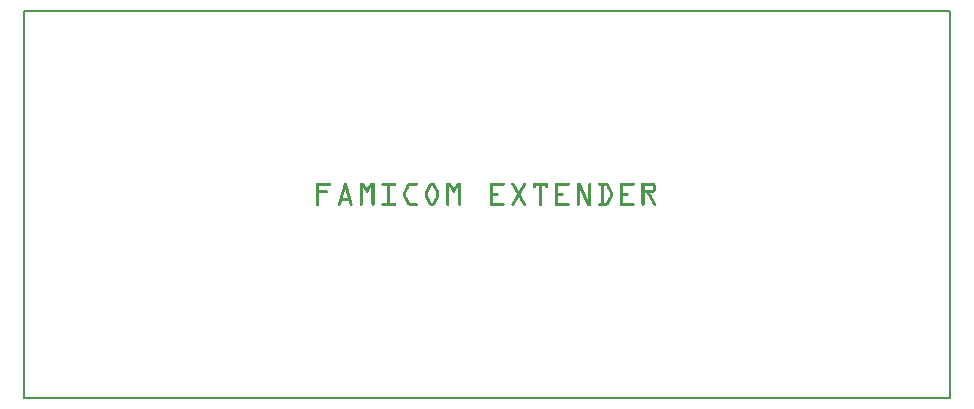
<source format=gto>
G04 MADE WITH FRITZING*
G04 WWW.FRITZING.ORG*
G04 DOUBLE SIDED*
G04 HOLES PLATED*
G04 CONTOUR ON CENTER OF CONTOUR VECTOR*
%ASAXBY*%
%FSLAX23Y23*%
%MOIN*%
%OFA0B0*%
%SFA1.0B1.0*%
%ADD10R,3.094490X1.299210X3.078490X1.283210*%
%ADD11C,0.008000*%
%ADD12R,0.001000X0.001000*%
%LNSILK1*%
G90*
G70*
G54D11*
X4Y1295D02*
X3090Y1295D01*
X3090Y4D01*
X4Y4D01*
X4Y1295D01*
D02*
G54D12*
X978Y722D02*
X1021Y722D01*
X1122Y722D02*
X1133Y722D01*
X1159Y722D02*
X1170Y722D01*
X1199Y722D02*
X1238Y722D01*
X1292Y722D02*
X1310Y722D01*
X1363Y722D02*
X1363Y722D01*
X1411Y722D02*
X1422Y722D01*
X1448Y722D02*
X1459Y722D01*
X1556Y722D02*
X1599Y722D01*
X1701Y722D02*
X1748Y722D01*
X1773Y722D02*
X1816Y722D01*
X1845Y722D02*
X1857Y722D01*
X1922Y722D02*
X1940Y722D01*
X1990Y722D02*
X2033Y722D01*
X2062Y722D02*
X2095Y722D01*
X977Y721D02*
X1024Y721D01*
X1071Y721D02*
X1076Y721D01*
X1122Y721D02*
X1134Y721D01*
X1158Y721D02*
X1171Y721D01*
X1196Y721D02*
X1241Y721D01*
X1287Y721D02*
X1313Y721D01*
X1358Y721D02*
X1368Y721D01*
X1411Y721D02*
X1423Y721D01*
X1447Y721D02*
X1460Y721D01*
X1555Y721D02*
X1602Y721D01*
X1630Y721D02*
X1635Y721D01*
X1669Y721D02*
X1674Y721D01*
X1700Y721D02*
X1749Y721D01*
X1772Y721D02*
X1819Y721D01*
X1845Y721D02*
X1857Y721D01*
X1886Y721D02*
X1891Y721D01*
X1919Y721D02*
X1945Y721D01*
X1989Y721D02*
X2036Y721D01*
X2061Y721D02*
X2101Y721D01*
X977Y720D02*
X1025Y720D01*
X1070Y720D02*
X1077Y720D01*
X1122Y720D02*
X1135Y720D01*
X1157Y720D02*
X1171Y720D01*
X1195Y720D02*
X1242Y720D01*
X1285Y720D02*
X1314Y720D01*
X1357Y720D02*
X1369Y720D01*
X1411Y720D02*
X1424Y720D01*
X1447Y720D02*
X1460Y720D01*
X1555Y720D02*
X1603Y720D01*
X1629Y720D02*
X1636Y720D01*
X1668Y720D02*
X1675Y720D01*
X1700Y720D02*
X1749Y720D01*
X1772Y720D02*
X1820Y720D01*
X1845Y720D02*
X1858Y720D01*
X1885Y720D02*
X1892Y720D01*
X1918Y720D02*
X1947Y720D01*
X1989Y720D02*
X2037Y720D01*
X2061Y720D02*
X2103Y720D01*
X977Y719D02*
X1026Y719D01*
X1070Y719D02*
X1078Y719D01*
X1122Y719D02*
X1136Y719D01*
X1157Y719D02*
X1171Y719D01*
X1195Y719D02*
X1242Y719D01*
X1283Y719D02*
X1315Y719D01*
X1355Y719D02*
X1371Y719D01*
X1411Y719D02*
X1425Y719D01*
X1446Y719D02*
X1460Y719D01*
X1555Y719D02*
X1604Y719D01*
X1628Y719D02*
X1637Y719D01*
X1668Y719D02*
X1676Y719D01*
X1700Y719D02*
X1749Y719D01*
X1772Y719D02*
X1821Y719D01*
X1845Y719D02*
X1858Y719D01*
X1885Y719D02*
X1893Y719D01*
X1917Y719D02*
X1948Y719D01*
X1989Y719D02*
X2038Y719D01*
X2061Y719D02*
X2104Y719D01*
X977Y718D02*
X1026Y718D01*
X1069Y718D02*
X1078Y718D01*
X1122Y718D02*
X1136Y718D01*
X1156Y718D02*
X1171Y718D01*
X1194Y718D02*
X1243Y718D01*
X1282Y718D02*
X1315Y718D01*
X1354Y718D02*
X1372Y718D01*
X1411Y718D02*
X1425Y718D01*
X1445Y718D02*
X1460Y718D01*
X1555Y718D02*
X1604Y718D01*
X1628Y718D02*
X1637Y718D01*
X1667Y718D02*
X1676Y718D01*
X1700Y718D02*
X1749Y718D01*
X1772Y718D02*
X1821Y718D01*
X1845Y718D02*
X1859Y718D01*
X1885Y718D02*
X1893Y718D01*
X1917Y718D02*
X1950Y718D01*
X1989Y718D02*
X2038Y718D01*
X2061Y718D02*
X2105Y718D01*
X977Y717D02*
X1026Y717D01*
X1069Y717D02*
X1079Y717D01*
X1122Y717D02*
X1137Y717D01*
X1155Y717D02*
X1171Y717D01*
X1194Y717D02*
X1243Y717D01*
X1281Y717D02*
X1315Y717D01*
X1353Y717D02*
X1373Y717D01*
X1411Y717D02*
X1426Y717D01*
X1445Y717D02*
X1460Y717D01*
X1555Y717D02*
X1604Y717D01*
X1628Y717D02*
X1638Y717D01*
X1667Y717D02*
X1677Y717D01*
X1700Y717D02*
X1749Y717D01*
X1772Y717D02*
X1821Y717D01*
X1845Y717D02*
X1859Y717D01*
X1884Y717D02*
X1893Y717D01*
X1917Y717D02*
X1951Y717D01*
X1989Y717D02*
X2038Y717D01*
X2061Y717D02*
X2106Y717D01*
X977Y716D02*
X1026Y716D01*
X1069Y716D02*
X1079Y716D01*
X1122Y716D02*
X1138Y716D01*
X1155Y716D02*
X1171Y716D01*
X1194Y716D02*
X1243Y716D01*
X1280Y716D02*
X1315Y716D01*
X1353Y716D02*
X1373Y716D01*
X1411Y716D02*
X1427Y716D01*
X1444Y716D02*
X1460Y716D01*
X1555Y716D02*
X1604Y716D01*
X1628Y716D02*
X1638Y716D01*
X1666Y716D02*
X1676Y716D01*
X1700Y716D02*
X1749Y716D01*
X1772Y716D02*
X1821Y716D01*
X1845Y716D02*
X1860Y716D01*
X1884Y716D02*
X1893Y716D01*
X1917Y716D02*
X1952Y716D01*
X1989Y716D02*
X2038Y716D01*
X2061Y716D02*
X2107Y716D01*
X977Y715D02*
X1026Y715D01*
X1068Y715D02*
X1079Y715D01*
X1122Y715D02*
X1138Y715D01*
X1154Y715D02*
X1171Y715D01*
X1195Y715D02*
X1242Y715D01*
X1280Y715D02*
X1315Y715D01*
X1352Y715D02*
X1374Y715D01*
X1411Y715D02*
X1427Y715D01*
X1443Y715D02*
X1460Y715D01*
X1555Y715D02*
X1604Y715D01*
X1628Y715D02*
X1639Y715D01*
X1665Y715D02*
X1676Y715D01*
X1700Y715D02*
X1749Y715D01*
X1772Y715D02*
X1821Y715D01*
X1845Y715D02*
X1860Y715D01*
X1884Y715D02*
X1893Y715D01*
X1917Y715D02*
X1952Y715D01*
X1989Y715D02*
X2038Y715D01*
X2061Y715D02*
X2108Y715D01*
X977Y714D02*
X1025Y714D01*
X1068Y714D02*
X1079Y714D01*
X1122Y714D02*
X1139Y714D01*
X1153Y714D02*
X1171Y714D01*
X1195Y714D02*
X1242Y714D01*
X1279Y714D02*
X1314Y714D01*
X1351Y714D02*
X1375Y714D01*
X1411Y714D02*
X1428Y714D01*
X1442Y714D02*
X1460Y714D01*
X1555Y714D02*
X1603Y714D01*
X1629Y714D02*
X1639Y714D01*
X1665Y714D02*
X1676Y714D01*
X1700Y714D02*
X1749Y714D01*
X1772Y714D02*
X1820Y714D01*
X1845Y714D02*
X1860Y714D01*
X1884Y714D02*
X1893Y714D01*
X1918Y714D02*
X1953Y714D01*
X1989Y714D02*
X2037Y714D01*
X2061Y714D02*
X2108Y714D01*
X977Y713D02*
X1024Y713D01*
X1068Y713D02*
X1080Y713D01*
X1122Y713D02*
X1140Y713D01*
X1153Y713D02*
X1171Y713D01*
X1196Y713D02*
X1241Y713D01*
X1278Y713D02*
X1313Y713D01*
X1351Y713D02*
X1375Y713D01*
X1411Y713D02*
X1429Y713D01*
X1442Y713D02*
X1460Y713D01*
X1555Y713D02*
X1602Y713D01*
X1629Y713D02*
X1640Y713D01*
X1664Y713D02*
X1675Y713D01*
X1700Y713D02*
X1749Y713D01*
X1772Y713D02*
X1819Y713D01*
X1845Y713D02*
X1861Y713D01*
X1884Y713D02*
X1893Y713D01*
X1919Y713D02*
X1953Y713D01*
X1989Y713D02*
X2036Y713D01*
X2061Y713D02*
X2109Y713D01*
X977Y712D02*
X1021Y712D01*
X1068Y712D02*
X1080Y712D01*
X1122Y712D02*
X1140Y712D01*
X1152Y712D02*
X1171Y712D01*
X1199Y712D02*
X1238Y712D01*
X1278Y712D02*
X1310Y712D01*
X1350Y712D02*
X1376Y712D01*
X1411Y712D02*
X1430Y712D01*
X1441Y712D02*
X1460Y712D01*
X1555Y712D02*
X1600Y712D01*
X1630Y712D02*
X1641Y712D01*
X1664Y712D02*
X1674Y712D01*
X1700Y712D02*
X1749Y712D01*
X1772Y712D02*
X1816Y712D01*
X1845Y712D02*
X1861Y712D01*
X1884Y712D02*
X1893Y712D01*
X1922Y712D02*
X1954Y712D01*
X1989Y712D02*
X2033Y712D01*
X2061Y712D02*
X2109Y712D01*
X977Y711D02*
X986Y711D01*
X1067Y711D02*
X1080Y711D01*
X1122Y711D02*
X1141Y711D01*
X1151Y711D02*
X1171Y711D01*
X1214Y711D02*
X1223Y711D01*
X1278Y711D02*
X1289Y711D01*
X1350Y711D02*
X1361Y711D01*
X1365Y711D02*
X1376Y711D01*
X1411Y711D02*
X1430Y711D01*
X1440Y711D02*
X1460Y711D01*
X1555Y711D02*
X1565Y711D01*
X1630Y711D02*
X1641Y711D01*
X1663Y711D02*
X1674Y711D01*
X1700Y711D02*
X1709Y711D01*
X1720Y711D02*
X1729Y711D01*
X1740Y711D02*
X1749Y711D01*
X1772Y711D02*
X1781Y711D01*
X1845Y711D02*
X1862Y711D01*
X1884Y711D02*
X1893Y711D01*
X1927Y711D02*
X1936Y711D01*
X1943Y711D02*
X1954Y711D01*
X1989Y711D02*
X1998Y711D01*
X2061Y711D02*
X2071Y711D01*
X2099Y711D02*
X2110Y711D01*
X977Y710D02*
X986Y710D01*
X1067Y710D02*
X1081Y710D01*
X1122Y710D02*
X1142Y710D01*
X1150Y710D02*
X1171Y710D01*
X1214Y710D02*
X1223Y710D01*
X1277Y710D02*
X1288Y710D01*
X1349Y710D02*
X1360Y710D01*
X1366Y710D02*
X1377Y710D01*
X1411Y710D02*
X1431Y710D01*
X1440Y710D02*
X1460Y710D01*
X1555Y710D02*
X1565Y710D01*
X1631Y710D02*
X1642Y710D01*
X1663Y710D02*
X1673Y710D01*
X1700Y710D02*
X1709Y710D01*
X1720Y710D02*
X1729Y710D01*
X1740Y710D02*
X1749Y710D01*
X1772Y710D02*
X1781Y710D01*
X1845Y710D02*
X1862Y710D01*
X1884Y710D02*
X1893Y710D01*
X1927Y710D02*
X1936Y710D01*
X1944Y710D02*
X1955Y710D01*
X1989Y710D02*
X1998Y710D01*
X2061Y710D02*
X2071Y710D01*
X2100Y710D02*
X2110Y710D01*
X977Y709D02*
X986Y709D01*
X1067Y709D02*
X1081Y709D01*
X1122Y709D02*
X1143Y709D01*
X1150Y709D02*
X1171Y709D01*
X1214Y709D02*
X1223Y709D01*
X1277Y709D02*
X1287Y709D01*
X1349Y709D02*
X1359Y709D01*
X1367Y709D02*
X1377Y709D01*
X1411Y709D02*
X1432Y709D01*
X1439Y709D02*
X1460Y709D01*
X1555Y709D02*
X1565Y709D01*
X1632Y709D02*
X1642Y709D01*
X1662Y709D02*
X1673Y709D01*
X1700Y709D02*
X1709Y709D01*
X1720Y709D02*
X1729Y709D01*
X1740Y709D02*
X1749Y709D01*
X1772Y709D02*
X1781Y709D01*
X1845Y709D02*
X1863Y709D01*
X1884Y709D02*
X1893Y709D01*
X1927Y709D02*
X1936Y709D01*
X1945Y709D02*
X1955Y709D01*
X1989Y709D02*
X1998Y709D01*
X2061Y709D02*
X2071Y709D01*
X2101Y709D02*
X2110Y709D01*
X977Y708D02*
X986Y708D01*
X1066Y708D02*
X1081Y708D01*
X1122Y708D02*
X1143Y708D01*
X1149Y708D02*
X1171Y708D01*
X1214Y708D02*
X1223Y708D01*
X1276Y708D02*
X1286Y708D01*
X1348Y708D02*
X1359Y708D01*
X1367Y708D02*
X1378Y708D01*
X1411Y708D02*
X1432Y708D01*
X1438Y708D02*
X1460Y708D01*
X1555Y708D02*
X1565Y708D01*
X1632Y708D02*
X1643Y708D01*
X1661Y708D02*
X1672Y708D01*
X1700Y708D02*
X1709Y708D01*
X1720Y708D02*
X1729Y708D01*
X1740Y708D02*
X1749Y708D01*
X1772Y708D02*
X1781Y708D01*
X1845Y708D02*
X1863Y708D01*
X1884Y708D02*
X1893Y708D01*
X1927Y708D02*
X1936Y708D01*
X1946Y708D02*
X1956Y708D01*
X1989Y708D02*
X1998Y708D01*
X2061Y708D02*
X2071Y708D01*
X2101Y708D02*
X2110Y708D01*
X977Y707D02*
X986Y707D01*
X1066Y707D02*
X1082Y707D01*
X1122Y707D02*
X1131Y707D01*
X1133Y707D02*
X1144Y707D01*
X1148Y707D02*
X1171Y707D01*
X1214Y707D02*
X1223Y707D01*
X1276Y707D02*
X1286Y707D01*
X1348Y707D02*
X1358Y707D01*
X1368Y707D02*
X1378Y707D01*
X1411Y707D02*
X1420Y707D01*
X1422Y707D02*
X1433Y707D01*
X1438Y707D02*
X1449Y707D01*
X1451Y707D02*
X1460Y707D01*
X1555Y707D02*
X1565Y707D01*
X1633Y707D02*
X1644Y707D01*
X1661Y707D02*
X1672Y707D01*
X1700Y707D02*
X1709Y707D01*
X1720Y707D02*
X1729Y707D01*
X1740Y707D02*
X1749Y707D01*
X1772Y707D02*
X1781Y707D01*
X1845Y707D02*
X1864Y707D01*
X1884Y707D02*
X1893Y707D01*
X1927Y707D02*
X1936Y707D01*
X1946Y707D02*
X1956Y707D01*
X1989Y707D02*
X1998Y707D01*
X2061Y707D02*
X2071Y707D01*
X2101Y707D02*
X2110Y707D01*
X977Y706D02*
X986Y706D01*
X1066Y706D02*
X1082Y706D01*
X1122Y706D02*
X1131Y706D01*
X1133Y706D02*
X1145Y706D01*
X1148Y706D02*
X1159Y706D01*
X1161Y706D02*
X1171Y706D01*
X1214Y706D02*
X1223Y706D01*
X1275Y706D02*
X1285Y706D01*
X1347Y706D02*
X1358Y706D01*
X1368Y706D02*
X1379Y706D01*
X1411Y706D02*
X1420Y706D01*
X1422Y706D02*
X1434Y706D01*
X1437Y706D02*
X1448Y706D01*
X1451Y706D02*
X1460Y706D01*
X1555Y706D02*
X1565Y706D01*
X1633Y706D02*
X1644Y706D01*
X1660Y706D02*
X1671Y706D01*
X1701Y706D02*
X1708Y706D01*
X1720Y706D02*
X1729Y706D01*
X1741Y706D02*
X1748Y706D01*
X1772Y706D02*
X1781Y706D01*
X1845Y706D02*
X1864Y706D01*
X1884Y706D02*
X1893Y706D01*
X1927Y706D02*
X1936Y706D01*
X1947Y706D02*
X1957Y706D01*
X1989Y706D02*
X1998Y706D01*
X2061Y706D02*
X2071Y706D01*
X2101Y706D02*
X2110Y706D01*
X977Y705D02*
X986Y705D01*
X1066Y705D02*
X1082Y705D01*
X1122Y705D02*
X1131Y705D01*
X1134Y705D02*
X1145Y705D01*
X1147Y705D02*
X1158Y705D01*
X1161Y705D02*
X1171Y705D01*
X1214Y705D02*
X1223Y705D01*
X1275Y705D02*
X1285Y705D01*
X1347Y705D02*
X1357Y705D01*
X1369Y705D02*
X1379Y705D01*
X1411Y705D02*
X1420Y705D01*
X1423Y705D02*
X1447Y705D01*
X1451Y705D02*
X1460Y705D01*
X1555Y705D02*
X1565Y705D01*
X1634Y705D02*
X1645Y705D01*
X1660Y705D02*
X1670Y705D01*
X1702Y705D02*
X1708Y705D01*
X1720Y705D02*
X1729Y705D01*
X1741Y705D02*
X1747Y705D01*
X1772Y705D02*
X1781Y705D01*
X1845Y705D02*
X1864Y705D01*
X1884Y705D02*
X1893Y705D01*
X1927Y705D02*
X1936Y705D01*
X1947Y705D02*
X1957Y705D01*
X1989Y705D02*
X1998Y705D01*
X2061Y705D02*
X2071Y705D01*
X2101Y705D02*
X2110Y705D01*
X977Y704D02*
X986Y704D01*
X1065Y704D02*
X1082Y704D01*
X1122Y704D02*
X1131Y704D01*
X1135Y704D02*
X1158Y704D01*
X1161Y704D02*
X1171Y704D01*
X1214Y704D02*
X1223Y704D01*
X1274Y704D02*
X1284Y704D01*
X1346Y704D02*
X1357Y704D01*
X1369Y704D02*
X1380Y704D01*
X1411Y704D02*
X1420Y704D01*
X1424Y704D02*
X1447Y704D01*
X1451Y704D02*
X1460Y704D01*
X1555Y704D02*
X1565Y704D01*
X1635Y704D02*
X1645Y704D01*
X1659Y704D02*
X1670Y704D01*
X1703Y704D02*
X1706Y704D01*
X1720Y704D02*
X1729Y704D01*
X1743Y704D02*
X1746Y704D01*
X1772Y704D02*
X1781Y704D01*
X1845Y704D02*
X1865Y704D01*
X1884Y704D02*
X1893Y704D01*
X1927Y704D02*
X1936Y704D01*
X1948Y704D02*
X1958Y704D01*
X1989Y704D02*
X1998Y704D01*
X2061Y704D02*
X2071Y704D01*
X2101Y704D02*
X2110Y704D01*
X977Y703D02*
X986Y703D01*
X1065Y703D02*
X1083Y703D01*
X1122Y703D02*
X1131Y703D01*
X1135Y703D02*
X1157Y703D01*
X1161Y703D02*
X1171Y703D01*
X1214Y703D02*
X1223Y703D01*
X1274Y703D02*
X1284Y703D01*
X1346Y703D02*
X1356Y703D01*
X1370Y703D02*
X1380Y703D01*
X1411Y703D02*
X1420Y703D01*
X1425Y703D02*
X1446Y703D01*
X1451Y703D02*
X1460Y703D01*
X1555Y703D02*
X1565Y703D01*
X1635Y703D02*
X1646Y703D01*
X1658Y703D02*
X1669Y703D01*
X1720Y703D02*
X1729Y703D01*
X1772Y703D02*
X1781Y703D01*
X1845Y703D02*
X1865Y703D01*
X1884Y703D02*
X1893Y703D01*
X1927Y703D02*
X1936Y703D01*
X1948Y703D02*
X1958Y703D01*
X1989Y703D02*
X1998Y703D01*
X2061Y703D02*
X2071Y703D01*
X2101Y703D02*
X2110Y703D01*
X977Y702D02*
X986Y702D01*
X1065Y702D02*
X1083Y702D01*
X1122Y702D02*
X1131Y702D01*
X1136Y702D02*
X1156Y702D01*
X1161Y702D02*
X1171Y702D01*
X1214Y702D02*
X1223Y702D01*
X1273Y702D02*
X1283Y702D01*
X1345Y702D02*
X1356Y702D01*
X1370Y702D02*
X1381Y702D01*
X1411Y702D02*
X1420Y702D01*
X1425Y702D02*
X1445Y702D01*
X1451Y702D02*
X1460Y702D01*
X1555Y702D02*
X1565Y702D01*
X1636Y702D02*
X1646Y702D01*
X1658Y702D02*
X1669Y702D01*
X1720Y702D02*
X1729Y702D01*
X1772Y702D02*
X1781Y702D01*
X1845Y702D02*
X1854Y702D01*
X1856Y702D02*
X1866Y702D01*
X1884Y702D02*
X1893Y702D01*
X1927Y702D02*
X1936Y702D01*
X1949Y702D02*
X1959Y702D01*
X1989Y702D02*
X1998Y702D01*
X2061Y702D02*
X2071Y702D01*
X2101Y702D02*
X2110Y702D01*
X977Y701D02*
X986Y701D01*
X1064Y701D02*
X1083Y701D01*
X1122Y701D02*
X1131Y701D01*
X1137Y701D02*
X1155Y701D01*
X1161Y701D02*
X1171Y701D01*
X1214Y701D02*
X1223Y701D01*
X1273Y701D02*
X1283Y701D01*
X1345Y701D02*
X1355Y701D01*
X1371Y701D02*
X1381Y701D01*
X1411Y701D02*
X1420Y701D01*
X1426Y701D02*
X1445Y701D01*
X1451Y701D02*
X1460Y701D01*
X1555Y701D02*
X1565Y701D01*
X1636Y701D02*
X1647Y701D01*
X1657Y701D02*
X1668Y701D01*
X1720Y701D02*
X1729Y701D01*
X1772Y701D02*
X1781Y701D01*
X1845Y701D02*
X1854Y701D01*
X1856Y701D02*
X1866Y701D01*
X1884Y701D02*
X1893Y701D01*
X1927Y701D02*
X1936Y701D01*
X1949Y701D02*
X1959Y701D01*
X1989Y701D02*
X1998Y701D01*
X2061Y701D02*
X2071Y701D01*
X2101Y701D02*
X2110Y701D01*
X977Y700D02*
X986Y700D01*
X1064Y700D02*
X1084Y700D01*
X1122Y700D02*
X1131Y700D01*
X1137Y700D02*
X1155Y700D01*
X1161Y700D02*
X1171Y700D01*
X1214Y700D02*
X1223Y700D01*
X1272Y700D02*
X1282Y700D01*
X1344Y700D02*
X1355Y700D01*
X1371Y700D02*
X1382Y700D01*
X1411Y700D02*
X1420Y700D01*
X1427Y700D02*
X1444Y700D01*
X1451Y700D02*
X1460Y700D01*
X1555Y700D02*
X1565Y700D01*
X1637Y700D02*
X1648Y700D01*
X1657Y700D02*
X1667Y700D01*
X1720Y700D02*
X1729Y700D01*
X1772Y700D02*
X1781Y700D01*
X1845Y700D02*
X1854Y700D01*
X1857Y700D02*
X1867Y700D01*
X1884Y700D02*
X1893Y700D01*
X1927Y700D02*
X1936Y700D01*
X1950Y700D02*
X1960Y700D01*
X1989Y700D02*
X1998Y700D01*
X2061Y700D02*
X2071Y700D01*
X2101Y700D02*
X2110Y700D01*
X977Y699D02*
X986Y699D01*
X1064Y699D02*
X1084Y699D01*
X1122Y699D02*
X1131Y699D01*
X1138Y699D02*
X1154Y699D01*
X1161Y699D02*
X1171Y699D01*
X1214Y699D02*
X1223Y699D01*
X1272Y699D02*
X1282Y699D01*
X1344Y699D02*
X1354Y699D01*
X1372Y699D02*
X1382Y699D01*
X1411Y699D02*
X1420Y699D01*
X1427Y699D02*
X1443Y699D01*
X1451Y699D02*
X1460Y699D01*
X1555Y699D02*
X1565Y699D01*
X1637Y699D02*
X1648Y699D01*
X1656Y699D02*
X1667Y699D01*
X1720Y699D02*
X1729Y699D01*
X1772Y699D02*
X1781Y699D01*
X1845Y699D02*
X1854Y699D01*
X1857Y699D02*
X1867Y699D01*
X1884Y699D02*
X1893Y699D01*
X1927Y699D02*
X1936Y699D01*
X1950Y699D02*
X1960Y699D01*
X1989Y699D02*
X1998Y699D01*
X2061Y699D02*
X2071Y699D01*
X2100Y699D02*
X2110Y699D01*
X977Y698D02*
X986Y698D01*
X1064Y698D02*
X1073Y698D01*
X1075Y698D02*
X1084Y698D01*
X1122Y698D02*
X1131Y698D01*
X1139Y698D02*
X1153Y698D01*
X1161Y698D02*
X1171Y698D01*
X1214Y698D02*
X1223Y698D01*
X1271Y698D02*
X1281Y698D01*
X1343Y698D02*
X1354Y698D01*
X1372Y698D02*
X1383Y698D01*
X1411Y698D02*
X1420Y698D01*
X1428Y698D02*
X1443Y698D01*
X1451Y698D02*
X1460Y698D01*
X1555Y698D02*
X1565Y698D01*
X1638Y698D02*
X1649Y698D01*
X1656Y698D02*
X1666Y698D01*
X1720Y698D02*
X1729Y698D01*
X1772Y698D02*
X1781Y698D01*
X1845Y698D02*
X1854Y698D01*
X1857Y698D02*
X1867Y698D01*
X1884Y698D02*
X1893Y698D01*
X1927Y698D02*
X1936Y698D01*
X1951Y698D02*
X1961Y698D01*
X1989Y698D02*
X1998Y698D01*
X2061Y698D02*
X2071Y698D01*
X2099Y698D02*
X2110Y698D01*
X977Y697D02*
X986Y697D01*
X1063Y697D02*
X1073Y697D01*
X1075Y697D02*
X1084Y697D01*
X1122Y697D02*
X1131Y697D01*
X1140Y697D02*
X1153Y697D01*
X1161Y697D02*
X1171Y697D01*
X1214Y697D02*
X1223Y697D01*
X1271Y697D02*
X1281Y697D01*
X1343Y697D02*
X1353Y697D01*
X1373Y697D02*
X1383Y697D01*
X1411Y697D02*
X1420Y697D01*
X1429Y697D02*
X1442Y697D01*
X1451Y697D02*
X1460Y697D01*
X1555Y697D02*
X1565Y697D01*
X1639Y697D02*
X1649Y697D01*
X1655Y697D02*
X1666Y697D01*
X1720Y697D02*
X1729Y697D01*
X1772Y697D02*
X1781Y697D01*
X1845Y697D02*
X1854Y697D01*
X1858Y697D02*
X1868Y697D01*
X1884Y697D02*
X1893Y697D01*
X1927Y697D02*
X1936Y697D01*
X1951Y697D02*
X1961Y697D01*
X1989Y697D02*
X1998Y697D01*
X2061Y697D02*
X2071Y697D01*
X2098Y697D02*
X2110Y697D01*
X977Y696D02*
X1013Y696D01*
X1063Y696D02*
X1072Y696D01*
X1075Y696D02*
X1085Y696D01*
X1122Y696D02*
X1131Y696D01*
X1140Y696D02*
X1152Y696D01*
X1161Y696D02*
X1171Y696D01*
X1214Y696D02*
X1223Y696D01*
X1270Y696D02*
X1280Y696D01*
X1342Y696D02*
X1353Y696D01*
X1373Y696D02*
X1384Y696D01*
X1411Y696D02*
X1420Y696D01*
X1429Y696D02*
X1441Y696D01*
X1451Y696D02*
X1460Y696D01*
X1555Y696D02*
X1565Y696D01*
X1639Y696D02*
X1650Y696D01*
X1654Y696D02*
X1665Y696D01*
X1720Y696D02*
X1729Y696D01*
X1772Y696D02*
X1781Y696D01*
X1845Y696D02*
X1854Y696D01*
X1858Y696D02*
X1868Y696D01*
X1884Y696D02*
X1893Y696D01*
X1927Y696D02*
X1936Y696D01*
X1952Y696D02*
X1962Y696D01*
X1989Y696D02*
X1998Y696D01*
X2061Y696D02*
X2109Y696D01*
X977Y695D02*
X1015Y695D01*
X1063Y695D02*
X1072Y695D01*
X1075Y695D02*
X1085Y695D01*
X1122Y695D02*
X1131Y695D01*
X1141Y695D02*
X1151Y695D01*
X1161Y695D02*
X1171Y695D01*
X1214Y695D02*
X1223Y695D01*
X1270Y695D02*
X1280Y695D01*
X1342Y695D02*
X1352Y695D01*
X1374Y695D02*
X1384Y695D01*
X1411Y695D02*
X1420Y695D01*
X1430Y695D02*
X1440Y695D01*
X1451Y695D02*
X1460Y695D01*
X1555Y695D02*
X1565Y695D01*
X1640Y695D02*
X1651Y695D01*
X1654Y695D02*
X1664Y695D01*
X1720Y695D02*
X1729Y695D01*
X1772Y695D02*
X1781Y695D01*
X1845Y695D02*
X1854Y695D01*
X1859Y695D02*
X1869Y695D01*
X1884Y695D02*
X1893Y695D01*
X1927Y695D02*
X1936Y695D01*
X1952Y695D02*
X1962Y695D01*
X1989Y695D02*
X1998Y695D01*
X2061Y695D02*
X2109Y695D01*
X977Y694D02*
X1015Y694D01*
X1062Y694D02*
X1072Y694D01*
X1076Y694D02*
X1085Y694D01*
X1122Y694D02*
X1131Y694D01*
X1142Y694D02*
X1151Y694D01*
X1161Y694D02*
X1171Y694D01*
X1214Y694D02*
X1223Y694D01*
X1269Y694D02*
X1279Y694D01*
X1341Y694D02*
X1352Y694D01*
X1374Y694D02*
X1385Y694D01*
X1411Y694D02*
X1420Y694D01*
X1431Y694D02*
X1440Y694D01*
X1451Y694D02*
X1460Y694D01*
X1555Y694D02*
X1565Y694D01*
X1640Y694D02*
X1651Y694D01*
X1653Y694D02*
X1664Y694D01*
X1720Y694D02*
X1729Y694D01*
X1772Y694D02*
X1781Y694D01*
X1845Y694D02*
X1854Y694D01*
X1859Y694D02*
X1869Y694D01*
X1884Y694D02*
X1893Y694D01*
X1927Y694D02*
X1936Y694D01*
X1953Y694D02*
X1963Y694D01*
X1989Y694D02*
X1998Y694D01*
X2061Y694D02*
X2108Y694D01*
X977Y693D02*
X1016Y693D01*
X1062Y693D02*
X1072Y693D01*
X1076Y693D02*
X1086Y693D01*
X1122Y693D02*
X1131Y693D01*
X1142Y693D02*
X1151Y693D01*
X1161Y693D02*
X1171Y693D01*
X1214Y693D02*
X1223Y693D01*
X1269Y693D02*
X1279Y693D01*
X1341Y693D02*
X1351Y693D01*
X1375Y693D02*
X1385Y693D01*
X1411Y693D02*
X1420Y693D01*
X1431Y693D02*
X1440Y693D01*
X1451Y693D02*
X1460Y693D01*
X1555Y693D02*
X1565Y693D01*
X1641Y693D02*
X1663Y693D01*
X1720Y693D02*
X1729Y693D01*
X1772Y693D02*
X1781Y693D01*
X1845Y693D02*
X1854Y693D01*
X1860Y693D02*
X1870Y693D01*
X1884Y693D02*
X1893Y693D01*
X1927Y693D02*
X1936Y693D01*
X1953Y693D02*
X1963Y693D01*
X1989Y693D02*
X1998Y693D01*
X2061Y693D02*
X2107Y693D01*
X977Y692D02*
X1016Y692D01*
X1062Y692D02*
X1071Y692D01*
X1076Y692D02*
X1086Y692D01*
X1122Y692D02*
X1131Y692D01*
X1142Y692D02*
X1151Y692D01*
X1161Y692D02*
X1171Y692D01*
X1214Y692D02*
X1223Y692D01*
X1268Y692D02*
X1278Y692D01*
X1340Y692D02*
X1351Y692D01*
X1375Y692D02*
X1386Y692D01*
X1411Y692D02*
X1420Y692D01*
X1431Y692D02*
X1440Y692D01*
X1451Y692D02*
X1460Y692D01*
X1555Y692D02*
X1565Y692D01*
X1642Y692D02*
X1663Y692D01*
X1720Y692D02*
X1729Y692D01*
X1772Y692D02*
X1781Y692D01*
X1845Y692D02*
X1854Y692D01*
X1860Y692D02*
X1870Y692D01*
X1884Y692D02*
X1893Y692D01*
X1927Y692D02*
X1936Y692D01*
X1954Y692D02*
X1964Y692D01*
X1989Y692D02*
X1998Y692D01*
X2061Y692D02*
X2107Y692D01*
X977Y691D02*
X1016Y691D01*
X1061Y691D02*
X1071Y691D01*
X1077Y691D02*
X1086Y691D01*
X1122Y691D02*
X1131Y691D01*
X1142Y691D02*
X1151Y691D01*
X1161Y691D02*
X1171Y691D01*
X1214Y691D02*
X1223Y691D01*
X1268Y691D02*
X1278Y691D01*
X1340Y691D02*
X1350Y691D01*
X1376Y691D02*
X1386Y691D01*
X1411Y691D02*
X1420Y691D01*
X1431Y691D02*
X1440Y691D01*
X1451Y691D02*
X1460Y691D01*
X1555Y691D02*
X1565Y691D01*
X1642Y691D02*
X1662Y691D01*
X1720Y691D02*
X1729Y691D01*
X1772Y691D02*
X1781Y691D01*
X1845Y691D02*
X1854Y691D01*
X1860Y691D02*
X1871Y691D01*
X1884Y691D02*
X1893Y691D01*
X1927Y691D02*
X1936Y691D01*
X1954Y691D02*
X1964Y691D01*
X1989Y691D02*
X1998Y691D01*
X2061Y691D02*
X2106Y691D01*
X977Y690D02*
X1016Y690D01*
X1061Y690D02*
X1071Y690D01*
X1077Y690D02*
X1086Y690D01*
X1122Y690D02*
X1131Y690D01*
X1142Y690D02*
X1150Y690D01*
X1161Y690D02*
X1171Y690D01*
X1214Y690D02*
X1223Y690D01*
X1267Y690D02*
X1277Y690D01*
X1340Y690D02*
X1350Y690D01*
X1376Y690D02*
X1386Y690D01*
X1411Y690D02*
X1420Y690D01*
X1431Y690D02*
X1440Y690D01*
X1451Y690D02*
X1460Y690D01*
X1555Y690D02*
X1565Y690D01*
X1643Y690D02*
X1662Y690D01*
X1720Y690D02*
X1729Y690D01*
X1772Y690D02*
X1781Y690D01*
X1845Y690D02*
X1854Y690D01*
X1861Y690D02*
X1871Y690D01*
X1884Y690D02*
X1893Y690D01*
X1927Y690D02*
X1936Y690D01*
X1955Y690D02*
X1965Y690D01*
X1989Y690D02*
X1998Y690D01*
X2061Y690D02*
X2105Y690D01*
X977Y689D02*
X1015Y689D01*
X1061Y689D02*
X1070Y689D01*
X1077Y689D02*
X1087Y689D01*
X1122Y689D02*
X1131Y689D01*
X1142Y689D02*
X1150Y689D01*
X1161Y689D02*
X1171Y689D01*
X1214Y689D02*
X1223Y689D01*
X1267Y689D02*
X1277Y689D01*
X1339Y689D02*
X1349Y689D01*
X1377Y689D02*
X1387Y689D01*
X1411Y689D02*
X1420Y689D01*
X1432Y689D02*
X1439Y689D01*
X1451Y689D02*
X1460Y689D01*
X1555Y689D02*
X1565Y689D01*
X1643Y689D02*
X1661Y689D01*
X1720Y689D02*
X1729Y689D01*
X1772Y689D02*
X1781Y689D01*
X1845Y689D02*
X1854Y689D01*
X1861Y689D02*
X1871Y689D01*
X1884Y689D02*
X1893Y689D01*
X1927Y689D02*
X1936Y689D01*
X1955Y689D02*
X1965Y689D01*
X1989Y689D02*
X1998Y689D01*
X2061Y689D02*
X2103Y689D01*
X977Y688D02*
X1015Y688D01*
X1061Y688D02*
X1070Y688D01*
X1078Y688D02*
X1087Y688D01*
X1122Y688D02*
X1131Y688D01*
X1143Y688D02*
X1149Y688D01*
X1161Y688D02*
X1171Y688D01*
X1214Y688D02*
X1223Y688D01*
X1267Y688D02*
X1276Y688D01*
X1339Y688D02*
X1349Y688D01*
X1377Y688D02*
X1387Y688D01*
X1411Y688D02*
X1420Y688D01*
X1432Y688D02*
X1438Y688D01*
X1451Y688D02*
X1460Y688D01*
X1555Y688D02*
X1580Y688D01*
X1644Y688D02*
X1660Y688D01*
X1720Y688D02*
X1729Y688D01*
X1772Y688D02*
X1797Y688D01*
X1845Y688D02*
X1854Y688D01*
X1862Y688D02*
X1872Y688D01*
X1884Y688D02*
X1893Y688D01*
X1927Y688D02*
X1936Y688D01*
X1956Y688D02*
X1965Y688D01*
X1989Y688D02*
X2014Y688D01*
X2061Y688D02*
X2102Y688D01*
X977Y687D02*
X1013Y687D01*
X1060Y687D02*
X1070Y687D01*
X1078Y687D02*
X1087Y687D01*
X1122Y687D02*
X1131Y687D01*
X1145Y687D02*
X1148Y687D01*
X1161Y687D02*
X1171Y687D01*
X1214Y687D02*
X1223Y687D01*
X1267Y687D02*
X1276Y687D01*
X1339Y687D02*
X1348Y687D01*
X1378Y687D02*
X1387Y687D01*
X1411Y687D02*
X1420Y687D01*
X1434Y687D02*
X1437Y687D01*
X1451Y687D02*
X1460Y687D01*
X1555Y687D02*
X1582Y687D01*
X1644Y687D02*
X1660Y687D01*
X1720Y687D02*
X1729Y687D01*
X1772Y687D02*
X1799Y687D01*
X1845Y687D02*
X1854Y687D01*
X1862Y687D02*
X1872Y687D01*
X1884Y687D02*
X1893Y687D01*
X1927Y687D02*
X1936Y687D01*
X1956Y687D02*
X1965Y687D01*
X1989Y687D02*
X2016Y687D01*
X2061Y687D02*
X2099Y687D01*
X977Y686D02*
X986Y686D01*
X1060Y686D02*
X1070Y686D01*
X1078Y686D02*
X1088Y686D01*
X1122Y686D02*
X1131Y686D01*
X1161Y686D02*
X1171Y686D01*
X1214Y686D02*
X1223Y686D01*
X1267Y686D02*
X1276Y686D01*
X1339Y686D02*
X1348Y686D01*
X1378Y686D02*
X1387Y686D01*
X1411Y686D02*
X1420Y686D01*
X1451Y686D02*
X1460Y686D01*
X1555Y686D02*
X1583Y686D01*
X1645Y686D02*
X1659Y686D01*
X1720Y686D02*
X1729Y686D01*
X1772Y686D02*
X1800Y686D01*
X1845Y686D02*
X1854Y686D01*
X1863Y686D02*
X1873Y686D01*
X1884Y686D02*
X1893Y686D01*
X1927Y686D02*
X1936Y686D01*
X1956Y686D02*
X1966Y686D01*
X1989Y686D02*
X2017Y686D01*
X2061Y686D02*
X2071Y686D01*
X2079Y686D02*
X2090Y686D01*
X977Y685D02*
X986Y685D01*
X1060Y685D02*
X1069Y685D01*
X1078Y685D02*
X1088Y685D01*
X1122Y685D02*
X1131Y685D01*
X1161Y685D02*
X1171Y685D01*
X1214Y685D02*
X1223Y685D01*
X1266Y685D02*
X1276Y685D01*
X1339Y685D02*
X1348Y685D01*
X1378Y685D02*
X1387Y685D01*
X1411Y685D02*
X1420Y685D01*
X1451Y685D02*
X1460Y685D01*
X1555Y685D02*
X1584Y685D01*
X1646Y685D02*
X1659Y685D01*
X1720Y685D02*
X1729Y685D01*
X1772Y685D02*
X1801Y685D01*
X1845Y685D02*
X1854Y685D01*
X1863Y685D02*
X1873Y685D01*
X1884Y685D02*
X1893Y685D01*
X1927Y685D02*
X1936Y685D01*
X1956Y685D02*
X1966Y685D01*
X1989Y685D02*
X2018Y685D01*
X2061Y685D02*
X2071Y685D01*
X2079Y685D02*
X2090Y685D01*
X977Y684D02*
X986Y684D01*
X1059Y684D02*
X1069Y684D01*
X1079Y684D02*
X1088Y684D01*
X1122Y684D02*
X1131Y684D01*
X1161Y684D02*
X1171Y684D01*
X1214Y684D02*
X1223Y684D01*
X1266Y684D02*
X1276Y684D01*
X1339Y684D02*
X1348Y684D01*
X1378Y684D02*
X1387Y684D01*
X1411Y684D02*
X1420Y684D01*
X1451Y684D02*
X1460Y684D01*
X1555Y684D02*
X1584Y684D01*
X1646Y684D02*
X1658Y684D01*
X1720Y684D02*
X1729Y684D01*
X1772Y684D02*
X1801Y684D01*
X1845Y684D02*
X1854Y684D01*
X1864Y684D02*
X1874Y684D01*
X1884Y684D02*
X1893Y684D01*
X1927Y684D02*
X1936Y684D01*
X1957Y684D02*
X1966Y684D01*
X1989Y684D02*
X2018Y684D01*
X2061Y684D02*
X2071Y684D01*
X2080Y684D02*
X2091Y684D01*
X977Y683D02*
X986Y683D01*
X1059Y683D02*
X1069Y683D01*
X1079Y683D02*
X1089Y683D01*
X1122Y683D02*
X1131Y683D01*
X1161Y683D02*
X1171Y683D01*
X1214Y683D02*
X1223Y683D01*
X1266Y683D02*
X1275Y683D01*
X1339Y683D02*
X1348Y683D01*
X1378Y683D02*
X1387Y683D01*
X1411Y683D02*
X1420Y683D01*
X1451Y683D02*
X1460Y683D01*
X1555Y683D02*
X1584Y683D01*
X1647Y683D02*
X1658Y683D01*
X1720Y683D02*
X1729Y683D01*
X1772Y683D02*
X1801Y683D01*
X1845Y683D02*
X1854Y683D01*
X1864Y683D02*
X1874Y683D01*
X1884Y683D02*
X1893Y683D01*
X1927Y683D02*
X1936Y683D01*
X1957Y683D02*
X1966Y683D01*
X1989Y683D02*
X2018Y683D01*
X2061Y683D02*
X2071Y683D01*
X2081Y683D02*
X2091Y683D01*
X977Y682D02*
X986Y682D01*
X1059Y682D02*
X1068Y682D01*
X1079Y682D02*
X1089Y682D01*
X1122Y682D02*
X1131Y682D01*
X1161Y682D02*
X1171Y682D01*
X1214Y682D02*
X1223Y682D01*
X1266Y682D02*
X1276Y682D01*
X1339Y682D02*
X1348Y682D01*
X1378Y682D02*
X1387Y682D01*
X1411Y682D02*
X1420Y682D01*
X1451Y682D02*
X1460Y682D01*
X1555Y682D02*
X1584Y682D01*
X1646Y682D02*
X1658Y682D01*
X1720Y682D02*
X1729Y682D01*
X1772Y682D02*
X1801Y682D01*
X1845Y682D02*
X1854Y682D01*
X1864Y682D02*
X1875Y682D01*
X1884Y682D02*
X1893Y682D01*
X1927Y682D02*
X1936Y682D01*
X1956Y682D02*
X1966Y682D01*
X1989Y682D02*
X2018Y682D01*
X2061Y682D02*
X2071Y682D01*
X2081Y682D02*
X2092Y682D01*
X977Y681D02*
X986Y681D01*
X1059Y681D02*
X1068Y681D01*
X1080Y681D02*
X1089Y681D01*
X1122Y681D02*
X1131Y681D01*
X1161Y681D02*
X1171Y681D01*
X1214Y681D02*
X1223Y681D01*
X1266Y681D02*
X1276Y681D01*
X1339Y681D02*
X1348Y681D01*
X1378Y681D02*
X1387Y681D01*
X1411Y681D02*
X1420Y681D01*
X1451Y681D02*
X1460Y681D01*
X1555Y681D02*
X1584Y681D01*
X1646Y681D02*
X1659Y681D01*
X1720Y681D02*
X1729Y681D01*
X1772Y681D02*
X1801Y681D01*
X1845Y681D02*
X1854Y681D01*
X1865Y681D02*
X1875Y681D01*
X1884Y681D02*
X1893Y681D01*
X1927Y681D02*
X1936Y681D01*
X1956Y681D02*
X1966Y681D01*
X1989Y681D02*
X2018Y681D01*
X2061Y681D02*
X2071Y681D01*
X2082Y681D02*
X2092Y681D01*
X977Y680D02*
X986Y680D01*
X1058Y680D02*
X1068Y680D01*
X1080Y680D02*
X1089Y680D01*
X1122Y680D02*
X1131Y680D01*
X1161Y680D02*
X1171Y680D01*
X1214Y680D02*
X1223Y680D01*
X1267Y680D02*
X1276Y680D01*
X1339Y680D02*
X1348Y680D01*
X1378Y680D02*
X1387Y680D01*
X1411Y680D02*
X1420Y680D01*
X1451Y680D02*
X1460Y680D01*
X1555Y680D02*
X1583Y680D01*
X1645Y680D02*
X1659Y680D01*
X1720Y680D02*
X1729Y680D01*
X1772Y680D02*
X1800Y680D01*
X1845Y680D02*
X1854Y680D01*
X1865Y680D02*
X1875Y680D01*
X1884Y680D02*
X1893Y680D01*
X1927Y680D02*
X1936Y680D01*
X1956Y680D02*
X1965Y680D01*
X1989Y680D02*
X2017Y680D01*
X2061Y680D02*
X2071Y680D01*
X2082Y680D02*
X2093Y680D01*
X977Y679D02*
X986Y679D01*
X1058Y679D02*
X1067Y679D01*
X1080Y679D02*
X1090Y679D01*
X1122Y679D02*
X1131Y679D01*
X1161Y679D02*
X1171Y679D01*
X1214Y679D02*
X1223Y679D01*
X1267Y679D02*
X1276Y679D01*
X1339Y679D02*
X1348Y679D01*
X1378Y679D02*
X1387Y679D01*
X1411Y679D02*
X1420Y679D01*
X1451Y679D02*
X1460Y679D01*
X1555Y679D02*
X1582Y679D01*
X1644Y679D02*
X1660Y679D01*
X1720Y679D02*
X1729Y679D01*
X1772Y679D02*
X1799Y679D01*
X1845Y679D02*
X1854Y679D01*
X1866Y679D02*
X1876Y679D01*
X1884Y679D02*
X1893Y679D01*
X1927Y679D02*
X1936Y679D01*
X1956Y679D02*
X1965Y679D01*
X1989Y679D02*
X2016Y679D01*
X2061Y679D02*
X2071Y679D01*
X2083Y679D02*
X2094Y679D01*
X977Y678D02*
X986Y678D01*
X1058Y678D02*
X1067Y678D01*
X1080Y678D02*
X1090Y678D01*
X1122Y678D02*
X1131Y678D01*
X1161Y678D02*
X1171Y678D01*
X1214Y678D02*
X1223Y678D01*
X1267Y678D02*
X1277Y678D01*
X1339Y678D02*
X1349Y678D01*
X1377Y678D02*
X1387Y678D01*
X1411Y678D02*
X1420Y678D01*
X1451Y678D02*
X1460Y678D01*
X1555Y678D02*
X1565Y678D01*
X1644Y678D02*
X1660Y678D01*
X1720Y678D02*
X1729Y678D01*
X1772Y678D02*
X1782Y678D01*
X1845Y678D02*
X1854Y678D01*
X1866Y678D02*
X1876Y678D01*
X1884Y678D02*
X1893Y678D01*
X1927Y678D02*
X1936Y678D01*
X1955Y678D02*
X1965Y678D01*
X1989Y678D02*
X1999Y678D01*
X2061Y678D02*
X2071Y678D01*
X2083Y678D02*
X2094Y678D01*
X977Y677D02*
X986Y677D01*
X1057Y677D02*
X1067Y677D01*
X1081Y677D02*
X1090Y677D01*
X1122Y677D02*
X1131Y677D01*
X1161Y677D02*
X1171Y677D01*
X1214Y677D02*
X1223Y677D01*
X1267Y677D02*
X1277Y677D01*
X1339Y677D02*
X1349Y677D01*
X1377Y677D02*
X1387Y677D01*
X1411Y677D02*
X1420Y677D01*
X1451Y677D02*
X1460Y677D01*
X1555Y677D02*
X1565Y677D01*
X1643Y677D02*
X1661Y677D01*
X1720Y677D02*
X1729Y677D01*
X1772Y677D02*
X1781Y677D01*
X1845Y677D02*
X1854Y677D01*
X1867Y677D02*
X1877Y677D01*
X1884Y677D02*
X1893Y677D01*
X1927Y677D02*
X1936Y677D01*
X1955Y677D02*
X1965Y677D01*
X1989Y677D02*
X1998Y677D01*
X2061Y677D02*
X2071Y677D01*
X2084Y677D02*
X2095Y677D01*
X977Y676D02*
X986Y676D01*
X1057Y676D02*
X1067Y676D01*
X1081Y676D02*
X1091Y676D01*
X1122Y676D02*
X1131Y676D01*
X1161Y676D02*
X1171Y676D01*
X1214Y676D02*
X1223Y676D01*
X1268Y676D02*
X1277Y676D01*
X1340Y676D02*
X1350Y676D01*
X1376Y676D02*
X1386Y676D01*
X1411Y676D02*
X1420Y676D01*
X1451Y676D02*
X1460Y676D01*
X1555Y676D02*
X1565Y676D01*
X1643Y676D02*
X1662Y676D01*
X1720Y676D02*
X1729Y676D01*
X1772Y676D02*
X1781Y676D01*
X1845Y676D02*
X1854Y676D01*
X1867Y676D02*
X1877Y676D01*
X1884Y676D02*
X1893Y676D01*
X1927Y676D02*
X1936Y676D01*
X1955Y676D02*
X1965Y676D01*
X1989Y676D02*
X1998Y676D01*
X2061Y676D02*
X2071Y676D01*
X2085Y676D02*
X2095Y676D01*
X977Y675D02*
X986Y675D01*
X1057Y675D02*
X1066Y675D01*
X1081Y675D02*
X1091Y675D01*
X1122Y675D02*
X1131Y675D01*
X1161Y675D02*
X1171Y675D01*
X1214Y675D02*
X1223Y675D01*
X1268Y675D02*
X1278Y675D01*
X1340Y675D02*
X1350Y675D01*
X1376Y675D02*
X1386Y675D01*
X1411Y675D02*
X1420Y675D01*
X1451Y675D02*
X1460Y675D01*
X1555Y675D02*
X1565Y675D01*
X1642Y675D02*
X1662Y675D01*
X1720Y675D02*
X1729Y675D01*
X1772Y675D02*
X1781Y675D01*
X1845Y675D02*
X1854Y675D01*
X1867Y675D02*
X1878Y675D01*
X1884Y675D02*
X1893Y675D01*
X1927Y675D02*
X1936Y675D01*
X1954Y675D02*
X1964Y675D01*
X1989Y675D02*
X1998Y675D01*
X2061Y675D02*
X2071Y675D01*
X2085Y675D02*
X2096Y675D01*
X977Y674D02*
X986Y674D01*
X1056Y674D02*
X1066Y674D01*
X1082Y674D02*
X1091Y674D01*
X1122Y674D02*
X1131Y674D01*
X1161Y674D02*
X1171Y674D01*
X1214Y674D02*
X1223Y674D01*
X1268Y674D02*
X1278Y674D01*
X1340Y674D02*
X1351Y674D01*
X1375Y674D02*
X1385Y674D01*
X1411Y674D02*
X1420Y674D01*
X1451Y674D02*
X1460Y674D01*
X1555Y674D02*
X1565Y674D01*
X1641Y674D02*
X1663Y674D01*
X1720Y674D02*
X1729Y674D01*
X1772Y674D02*
X1781Y674D01*
X1845Y674D02*
X1854Y674D01*
X1868Y674D02*
X1878Y674D01*
X1884Y674D02*
X1893Y674D01*
X1927Y674D02*
X1936Y674D01*
X1954Y674D02*
X1964Y674D01*
X1989Y674D02*
X1998Y674D01*
X2061Y674D02*
X2071Y674D01*
X2086Y674D02*
X2097Y674D01*
X977Y673D02*
X986Y673D01*
X1056Y673D02*
X1066Y673D01*
X1082Y673D02*
X1091Y673D01*
X1122Y673D02*
X1131Y673D01*
X1161Y673D02*
X1171Y673D01*
X1214Y673D02*
X1223Y673D01*
X1269Y673D02*
X1279Y673D01*
X1341Y673D02*
X1351Y673D01*
X1375Y673D02*
X1385Y673D01*
X1411Y673D02*
X1420Y673D01*
X1451Y673D02*
X1460Y673D01*
X1555Y673D02*
X1565Y673D01*
X1641Y673D02*
X1663Y673D01*
X1720Y673D02*
X1729Y673D01*
X1772Y673D02*
X1781Y673D01*
X1845Y673D02*
X1854Y673D01*
X1868Y673D02*
X1878Y673D01*
X1884Y673D02*
X1893Y673D01*
X1927Y673D02*
X1936Y673D01*
X1953Y673D02*
X1963Y673D01*
X1989Y673D02*
X1998Y673D01*
X2061Y673D02*
X2071Y673D01*
X2086Y673D02*
X2097Y673D01*
X977Y672D02*
X986Y672D01*
X1056Y672D02*
X1065Y672D01*
X1082Y672D02*
X1092Y672D01*
X1122Y672D02*
X1131Y672D01*
X1161Y672D02*
X1171Y672D01*
X1214Y672D02*
X1223Y672D01*
X1269Y672D02*
X1279Y672D01*
X1341Y672D02*
X1352Y672D01*
X1374Y672D02*
X1385Y672D01*
X1411Y672D02*
X1420Y672D01*
X1451Y672D02*
X1460Y672D01*
X1555Y672D02*
X1565Y672D01*
X1640Y672D02*
X1651Y672D01*
X1653Y672D02*
X1664Y672D01*
X1720Y672D02*
X1729Y672D01*
X1772Y672D02*
X1781Y672D01*
X1845Y672D02*
X1854Y672D01*
X1869Y672D02*
X1879Y672D01*
X1884Y672D02*
X1893Y672D01*
X1927Y672D02*
X1936Y672D01*
X1953Y672D02*
X1963Y672D01*
X1989Y672D02*
X1998Y672D01*
X2061Y672D02*
X2071Y672D01*
X2087Y672D02*
X2098Y672D01*
X977Y671D02*
X986Y671D01*
X1056Y671D02*
X1092Y671D01*
X1122Y671D02*
X1131Y671D01*
X1161Y671D02*
X1171Y671D01*
X1214Y671D02*
X1223Y671D01*
X1270Y671D02*
X1280Y671D01*
X1342Y671D02*
X1352Y671D01*
X1374Y671D02*
X1384Y671D01*
X1411Y671D02*
X1420Y671D01*
X1451Y671D02*
X1460Y671D01*
X1555Y671D02*
X1565Y671D01*
X1640Y671D02*
X1651Y671D01*
X1654Y671D02*
X1665Y671D01*
X1720Y671D02*
X1729Y671D01*
X1772Y671D02*
X1781Y671D01*
X1845Y671D02*
X1854Y671D01*
X1869Y671D02*
X1879Y671D01*
X1884Y671D02*
X1893Y671D01*
X1927Y671D02*
X1936Y671D01*
X1952Y671D02*
X1962Y671D01*
X1989Y671D02*
X1998Y671D01*
X2061Y671D02*
X2071Y671D01*
X2088Y671D02*
X2098Y671D01*
X977Y670D02*
X986Y670D01*
X1055Y670D02*
X1092Y670D01*
X1122Y670D02*
X1131Y670D01*
X1161Y670D02*
X1171Y670D01*
X1214Y670D02*
X1223Y670D01*
X1270Y670D02*
X1280Y670D01*
X1342Y670D02*
X1353Y670D01*
X1373Y670D02*
X1384Y670D01*
X1411Y670D02*
X1420Y670D01*
X1451Y670D02*
X1460Y670D01*
X1555Y670D02*
X1565Y670D01*
X1639Y670D02*
X1650Y670D01*
X1654Y670D02*
X1665Y670D01*
X1720Y670D02*
X1729Y670D01*
X1772Y670D02*
X1781Y670D01*
X1845Y670D02*
X1854Y670D01*
X1870Y670D02*
X1880Y670D01*
X1884Y670D02*
X1893Y670D01*
X1927Y670D02*
X1936Y670D01*
X1952Y670D02*
X1962Y670D01*
X1989Y670D02*
X1998Y670D01*
X2061Y670D02*
X2071Y670D01*
X2088Y670D02*
X2099Y670D01*
X977Y669D02*
X986Y669D01*
X1055Y669D02*
X1093Y669D01*
X1122Y669D02*
X1131Y669D01*
X1161Y669D02*
X1171Y669D01*
X1214Y669D02*
X1223Y669D01*
X1271Y669D02*
X1281Y669D01*
X1343Y669D02*
X1353Y669D01*
X1373Y669D02*
X1383Y669D01*
X1411Y669D02*
X1420Y669D01*
X1451Y669D02*
X1460Y669D01*
X1555Y669D02*
X1565Y669D01*
X1639Y669D02*
X1649Y669D01*
X1655Y669D02*
X1666Y669D01*
X1720Y669D02*
X1729Y669D01*
X1772Y669D02*
X1781Y669D01*
X1845Y669D02*
X1854Y669D01*
X1870Y669D02*
X1880Y669D01*
X1884Y669D02*
X1893Y669D01*
X1927Y669D02*
X1936Y669D01*
X1951Y669D02*
X1961Y669D01*
X1989Y669D02*
X1998Y669D01*
X2061Y669D02*
X2071Y669D01*
X2089Y669D02*
X2099Y669D01*
X977Y668D02*
X986Y668D01*
X1055Y668D02*
X1093Y668D01*
X1122Y668D02*
X1131Y668D01*
X1161Y668D02*
X1171Y668D01*
X1214Y668D02*
X1223Y668D01*
X1271Y668D02*
X1281Y668D01*
X1343Y668D02*
X1354Y668D01*
X1372Y668D02*
X1383Y668D01*
X1411Y668D02*
X1420Y668D01*
X1451Y668D02*
X1460Y668D01*
X1555Y668D02*
X1565Y668D01*
X1638Y668D02*
X1649Y668D01*
X1656Y668D02*
X1666Y668D01*
X1720Y668D02*
X1729Y668D01*
X1772Y668D02*
X1781Y668D01*
X1845Y668D02*
X1854Y668D01*
X1871Y668D02*
X1881Y668D01*
X1884Y668D02*
X1893Y668D01*
X1927Y668D02*
X1936Y668D01*
X1951Y668D02*
X1961Y668D01*
X1989Y668D02*
X1998Y668D01*
X2061Y668D02*
X2071Y668D01*
X2089Y668D02*
X2100Y668D01*
X977Y667D02*
X986Y667D01*
X1054Y667D02*
X1093Y667D01*
X1122Y667D02*
X1131Y667D01*
X1161Y667D02*
X1171Y667D01*
X1214Y667D02*
X1223Y667D01*
X1272Y667D02*
X1282Y667D01*
X1344Y667D02*
X1354Y667D01*
X1372Y667D02*
X1382Y667D01*
X1411Y667D02*
X1420Y667D01*
X1451Y667D02*
X1460Y667D01*
X1555Y667D02*
X1565Y667D01*
X1637Y667D02*
X1648Y667D01*
X1656Y667D02*
X1667Y667D01*
X1720Y667D02*
X1729Y667D01*
X1772Y667D02*
X1781Y667D01*
X1845Y667D02*
X1854Y667D01*
X1871Y667D02*
X1881Y667D01*
X1884Y667D02*
X1893Y667D01*
X1927Y667D02*
X1936Y667D01*
X1950Y667D02*
X1960Y667D01*
X1989Y667D02*
X1998Y667D01*
X2061Y667D02*
X2071Y667D01*
X2090Y667D02*
X2101Y667D01*
X977Y666D02*
X986Y666D01*
X1054Y666D02*
X1093Y666D01*
X1122Y666D02*
X1131Y666D01*
X1161Y666D02*
X1171Y666D01*
X1214Y666D02*
X1223Y666D01*
X1272Y666D02*
X1282Y666D01*
X1344Y666D02*
X1355Y666D01*
X1371Y666D02*
X1382Y666D01*
X1411Y666D02*
X1420Y666D01*
X1451Y666D02*
X1460Y666D01*
X1555Y666D02*
X1565Y666D01*
X1637Y666D02*
X1648Y666D01*
X1657Y666D02*
X1667Y666D01*
X1720Y666D02*
X1729Y666D01*
X1772Y666D02*
X1781Y666D01*
X1845Y666D02*
X1854Y666D01*
X1871Y666D02*
X1882Y666D01*
X1884Y666D02*
X1893Y666D01*
X1927Y666D02*
X1936Y666D01*
X1950Y666D02*
X1960Y666D01*
X1989Y666D02*
X1998Y666D01*
X2061Y666D02*
X2071Y666D01*
X2090Y666D02*
X2101Y666D01*
X977Y665D02*
X986Y665D01*
X1054Y665D02*
X1094Y665D01*
X1122Y665D02*
X1131Y665D01*
X1161Y665D02*
X1171Y665D01*
X1214Y665D02*
X1223Y665D01*
X1273Y665D02*
X1283Y665D01*
X1345Y665D02*
X1355Y665D01*
X1371Y665D02*
X1381Y665D01*
X1411Y665D02*
X1420Y665D01*
X1451Y665D02*
X1460Y665D01*
X1555Y665D02*
X1565Y665D01*
X1636Y665D02*
X1647Y665D01*
X1657Y665D02*
X1668Y665D01*
X1720Y665D02*
X1729Y665D01*
X1772Y665D02*
X1781Y665D01*
X1845Y665D02*
X1854Y665D01*
X1872Y665D02*
X1882Y665D01*
X1884Y665D02*
X1893Y665D01*
X1927Y665D02*
X1936Y665D01*
X1949Y665D02*
X1959Y665D01*
X1989Y665D02*
X1998Y665D01*
X2061Y665D02*
X2071Y665D01*
X2091Y665D02*
X2102Y665D01*
X977Y664D02*
X986Y664D01*
X1054Y664D02*
X1094Y664D01*
X1122Y664D02*
X1131Y664D01*
X1161Y664D02*
X1171Y664D01*
X1214Y664D02*
X1223Y664D01*
X1273Y664D02*
X1283Y664D01*
X1345Y664D02*
X1356Y664D01*
X1370Y664D02*
X1381Y664D01*
X1411Y664D02*
X1420Y664D01*
X1451Y664D02*
X1460Y664D01*
X1555Y664D02*
X1565Y664D01*
X1636Y664D02*
X1646Y664D01*
X1658Y664D02*
X1669Y664D01*
X1720Y664D02*
X1729Y664D01*
X1772Y664D02*
X1781Y664D01*
X1845Y664D02*
X1854Y664D01*
X1872Y664D02*
X1882Y664D01*
X1884Y664D02*
X1893Y664D01*
X1927Y664D02*
X1936Y664D01*
X1948Y664D02*
X1959Y664D01*
X1989Y664D02*
X1998Y664D01*
X2061Y664D02*
X2071Y664D01*
X2092Y664D02*
X2102Y664D01*
X977Y663D02*
X986Y663D01*
X1053Y663D02*
X1094Y663D01*
X1122Y663D02*
X1131Y663D01*
X1161Y663D02*
X1171Y663D01*
X1214Y663D02*
X1223Y663D01*
X1274Y663D02*
X1284Y663D01*
X1346Y663D02*
X1356Y663D01*
X1370Y663D02*
X1380Y663D01*
X1411Y663D02*
X1420Y663D01*
X1451Y663D02*
X1460Y663D01*
X1555Y663D02*
X1565Y663D01*
X1635Y663D02*
X1646Y663D01*
X1658Y663D02*
X1669Y663D01*
X1720Y663D02*
X1729Y663D01*
X1772Y663D02*
X1781Y663D01*
X1845Y663D02*
X1854Y663D01*
X1873Y663D02*
X1893Y663D01*
X1927Y663D02*
X1936Y663D01*
X1948Y663D02*
X1958Y663D01*
X1989Y663D02*
X1998Y663D01*
X2061Y663D02*
X2071Y663D01*
X2092Y663D02*
X2103Y663D01*
X977Y662D02*
X986Y662D01*
X1053Y662D02*
X1095Y662D01*
X1122Y662D02*
X1131Y662D01*
X1161Y662D02*
X1171Y662D01*
X1214Y662D02*
X1223Y662D01*
X1274Y662D02*
X1285Y662D01*
X1346Y662D02*
X1357Y662D01*
X1369Y662D02*
X1380Y662D01*
X1411Y662D02*
X1420Y662D01*
X1451Y662D02*
X1460Y662D01*
X1555Y662D02*
X1565Y662D01*
X1634Y662D02*
X1645Y662D01*
X1659Y662D02*
X1670Y662D01*
X1720Y662D02*
X1729Y662D01*
X1772Y662D02*
X1781Y662D01*
X1845Y662D02*
X1854Y662D01*
X1873Y662D02*
X1893Y662D01*
X1927Y662D02*
X1936Y662D01*
X1947Y662D02*
X1958Y662D01*
X1989Y662D02*
X1998Y662D01*
X2061Y662D02*
X2071Y662D01*
X2093Y662D02*
X2104Y662D01*
X977Y661D02*
X986Y661D01*
X1053Y661D02*
X1063Y661D01*
X1085Y661D02*
X1095Y661D01*
X1122Y661D02*
X1131Y661D01*
X1161Y661D02*
X1171Y661D01*
X1214Y661D02*
X1223Y661D01*
X1275Y661D02*
X1285Y661D01*
X1347Y661D02*
X1357Y661D01*
X1369Y661D02*
X1379Y661D01*
X1411Y661D02*
X1420Y661D01*
X1451Y661D02*
X1460Y661D01*
X1555Y661D02*
X1565Y661D01*
X1634Y661D02*
X1645Y661D01*
X1660Y661D02*
X1670Y661D01*
X1720Y661D02*
X1729Y661D01*
X1772Y661D02*
X1781Y661D01*
X1845Y661D02*
X1854Y661D01*
X1874Y661D02*
X1893Y661D01*
X1927Y661D02*
X1936Y661D01*
X1947Y661D02*
X1957Y661D01*
X1989Y661D02*
X1998Y661D01*
X2061Y661D02*
X2071Y661D01*
X2093Y661D02*
X2104Y661D01*
X977Y660D02*
X986Y660D01*
X1052Y660D02*
X1062Y660D01*
X1086Y660D02*
X1095Y660D01*
X1122Y660D02*
X1131Y660D01*
X1161Y660D02*
X1171Y660D01*
X1214Y660D02*
X1223Y660D01*
X1275Y660D02*
X1286Y660D01*
X1347Y660D02*
X1358Y660D01*
X1368Y660D02*
X1379Y660D01*
X1411Y660D02*
X1420Y660D01*
X1451Y660D02*
X1460Y660D01*
X1555Y660D02*
X1565Y660D01*
X1633Y660D02*
X1644Y660D01*
X1660Y660D02*
X1671Y660D01*
X1720Y660D02*
X1729Y660D01*
X1772Y660D02*
X1781Y660D01*
X1845Y660D02*
X1854Y660D01*
X1874Y660D02*
X1893Y660D01*
X1927Y660D02*
X1936Y660D01*
X1946Y660D02*
X1957Y660D01*
X1989Y660D02*
X1998Y660D01*
X2061Y660D02*
X2071Y660D01*
X2094Y660D02*
X2105Y660D01*
X977Y659D02*
X986Y659D01*
X1052Y659D02*
X1062Y659D01*
X1086Y659D02*
X1096Y659D01*
X1122Y659D02*
X1131Y659D01*
X1161Y659D02*
X1171Y659D01*
X1214Y659D02*
X1223Y659D01*
X1276Y659D02*
X1286Y659D01*
X1348Y659D02*
X1358Y659D01*
X1368Y659D02*
X1378Y659D01*
X1411Y659D02*
X1420Y659D01*
X1451Y659D02*
X1460Y659D01*
X1555Y659D02*
X1565Y659D01*
X1633Y659D02*
X1643Y659D01*
X1661Y659D02*
X1672Y659D01*
X1720Y659D02*
X1729Y659D01*
X1772Y659D02*
X1781Y659D01*
X1845Y659D02*
X1854Y659D01*
X1874Y659D02*
X1893Y659D01*
X1927Y659D02*
X1936Y659D01*
X1946Y659D02*
X1956Y659D01*
X1989Y659D02*
X1998Y659D01*
X2061Y659D02*
X2071Y659D01*
X2095Y659D02*
X2105Y659D01*
X977Y658D02*
X986Y658D01*
X1052Y658D02*
X1061Y658D01*
X1086Y658D02*
X1096Y658D01*
X1122Y658D02*
X1131Y658D01*
X1161Y658D02*
X1171Y658D01*
X1214Y658D02*
X1223Y658D01*
X1276Y658D02*
X1287Y658D01*
X1348Y658D02*
X1359Y658D01*
X1367Y658D02*
X1378Y658D01*
X1411Y658D02*
X1420Y658D01*
X1451Y658D02*
X1460Y658D01*
X1555Y658D02*
X1565Y658D01*
X1632Y658D02*
X1643Y658D01*
X1661Y658D02*
X1672Y658D01*
X1720Y658D02*
X1729Y658D01*
X1772Y658D02*
X1781Y658D01*
X1845Y658D02*
X1854Y658D01*
X1875Y658D02*
X1893Y658D01*
X1927Y658D02*
X1936Y658D01*
X1945Y658D02*
X1956Y658D01*
X1989Y658D02*
X1998Y658D01*
X2061Y658D02*
X2071Y658D01*
X2095Y658D02*
X2106Y658D01*
X977Y657D02*
X986Y657D01*
X1051Y657D02*
X1061Y657D01*
X1087Y657D02*
X1096Y657D01*
X1122Y657D02*
X1131Y657D01*
X1161Y657D02*
X1171Y657D01*
X1214Y657D02*
X1223Y657D01*
X1277Y657D02*
X1287Y657D01*
X1349Y657D02*
X1359Y657D01*
X1367Y657D02*
X1377Y657D01*
X1411Y657D02*
X1420Y657D01*
X1451Y657D02*
X1460Y657D01*
X1555Y657D02*
X1565Y657D01*
X1632Y657D02*
X1642Y657D01*
X1662Y657D02*
X1673Y657D01*
X1720Y657D02*
X1729Y657D01*
X1772Y657D02*
X1781Y657D01*
X1845Y657D02*
X1854Y657D01*
X1875Y657D02*
X1893Y657D01*
X1927Y657D02*
X1936Y657D01*
X1945Y657D02*
X1955Y657D01*
X1989Y657D02*
X1998Y657D01*
X2061Y657D02*
X2071Y657D01*
X2096Y657D02*
X2106Y657D01*
X977Y656D02*
X986Y656D01*
X1051Y656D02*
X1061Y656D01*
X1087Y656D02*
X1096Y656D01*
X1122Y656D02*
X1131Y656D01*
X1161Y656D02*
X1171Y656D01*
X1214Y656D02*
X1223Y656D01*
X1277Y656D02*
X1288Y656D01*
X1349Y656D02*
X1360Y656D01*
X1366Y656D02*
X1377Y656D01*
X1411Y656D02*
X1420Y656D01*
X1451Y656D02*
X1460Y656D01*
X1555Y656D02*
X1565Y656D01*
X1631Y656D02*
X1642Y656D01*
X1663Y656D02*
X1673Y656D01*
X1720Y656D02*
X1729Y656D01*
X1772Y656D02*
X1781Y656D01*
X1845Y656D02*
X1854Y656D01*
X1876Y656D02*
X1893Y656D01*
X1927Y656D02*
X1936Y656D01*
X1944Y656D02*
X1955Y656D01*
X1989Y656D02*
X1998Y656D01*
X2061Y656D02*
X2071Y656D01*
X2096Y656D02*
X2107Y656D01*
X977Y655D02*
X986Y655D01*
X1051Y655D02*
X1060Y655D01*
X1087Y655D02*
X1097Y655D01*
X1122Y655D02*
X1131Y655D01*
X1161Y655D02*
X1171Y655D01*
X1214Y655D02*
X1223Y655D01*
X1278Y655D02*
X1289Y655D01*
X1350Y655D02*
X1361Y655D01*
X1366Y655D02*
X1376Y655D01*
X1411Y655D02*
X1420Y655D01*
X1451Y655D02*
X1460Y655D01*
X1555Y655D02*
X1565Y655D01*
X1630Y655D02*
X1641Y655D01*
X1663Y655D02*
X1674Y655D01*
X1720Y655D02*
X1729Y655D01*
X1772Y655D02*
X1781Y655D01*
X1845Y655D02*
X1854Y655D01*
X1876Y655D02*
X1893Y655D01*
X1927Y655D02*
X1936Y655D01*
X1943Y655D02*
X1954Y655D01*
X1989Y655D02*
X1998Y655D01*
X2061Y655D02*
X2071Y655D01*
X2097Y655D02*
X2108Y655D01*
X977Y654D02*
X986Y654D01*
X1051Y654D02*
X1060Y654D01*
X1088Y654D02*
X1097Y654D01*
X1122Y654D02*
X1131Y654D01*
X1161Y654D02*
X1171Y654D01*
X1198Y654D02*
X1239Y654D01*
X1278Y654D02*
X1311Y654D01*
X1350Y654D02*
X1376Y654D01*
X1411Y654D02*
X1420Y654D01*
X1451Y654D02*
X1460Y654D01*
X1555Y654D02*
X1600Y654D01*
X1630Y654D02*
X1641Y654D01*
X1664Y654D02*
X1675Y654D01*
X1720Y654D02*
X1729Y654D01*
X1772Y654D02*
X1817Y654D01*
X1845Y654D02*
X1854Y654D01*
X1877Y654D02*
X1893Y654D01*
X1921Y654D02*
X1954Y654D01*
X1989Y654D02*
X2034Y654D01*
X2061Y654D02*
X2071Y654D01*
X2097Y654D02*
X2108Y654D01*
X977Y653D02*
X986Y653D01*
X1050Y653D02*
X1060Y653D01*
X1088Y653D02*
X1097Y653D01*
X1122Y653D02*
X1131Y653D01*
X1161Y653D02*
X1171Y653D01*
X1196Y653D02*
X1241Y653D01*
X1279Y653D02*
X1313Y653D01*
X1351Y653D02*
X1375Y653D01*
X1411Y653D02*
X1420Y653D01*
X1451Y653D02*
X1460Y653D01*
X1555Y653D02*
X1602Y653D01*
X1629Y653D02*
X1640Y653D01*
X1664Y653D02*
X1675Y653D01*
X1720Y653D02*
X1729Y653D01*
X1772Y653D02*
X1819Y653D01*
X1845Y653D02*
X1854Y653D01*
X1877Y653D02*
X1893Y653D01*
X1919Y653D02*
X1953Y653D01*
X1989Y653D02*
X2036Y653D01*
X2061Y653D02*
X2071Y653D01*
X2098Y653D02*
X2109Y653D01*
X977Y652D02*
X986Y652D01*
X1050Y652D02*
X1060Y652D01*
X1088Y652D02*
X1098Y652D01*
X1122Y652D02*
X1131Y652D01*
X1161Y652D02*
X1171Y652D01*
X1195Y652D02*
X1242Y652D01*
X1279Y652D02*
X1314Y652D01*
X1351Y652D02*
X1375Y652D01*
X1411Y652D02*
X1420Y652D01*
X1451Y652D02*
X1460Y652D01*
X1555Y652D02*
X1603Y652D01*
X1629Y652D02*
X1639Y652D01*
X1665Y652D02*
X1676Y652D01*
X1720Y652D02*
X1729Y652D01*
X1772Y652D02*
X1820Y652D01*
X1845Y652D02*
X1854Y652D01*
X1878Y652D02*
X1893Y652D01*
X1918Y652D02*
X1953Y652D01*
X1989Y652D02*
X2037Y652D01*
X2061Y652D02*
X2071Y652D01*
X2099Y652D02*
X2109Y652D01*
X977Y651D02*
X986Y651D01*
X1050Y651D02*
X1059Y651D01*
X1088Y651D02*
X1098Y651D01*
X1122Y651D02*
X1131Y651D01*
X1161Y651D02*
X1171Y651D01*
X1194Y651D02*
X1242Y651D01*
X1280Y651D02*
X1315Y651D01*
X1352Y651D02*
X1374Y651D01*
X1411Y651D02*
X1420Y651D01*
X1451Y651D02*
X1460Y651D01*
X1555Y651D02*
X1604Y651D01*
X1628Y651D02*
X1639Y651D01*
X1665Y651D02*
X1676Y651D01*
X1720Y651D02*
X1729Y651D01*
X1772Y651D02*
X1821Y651D01*
X1845Y651D02*
X1854Y651D01*
X1878Y651D02*
X1893Y651D01*
X1917Y651D02*
X1952Y651D01*
X1989Y651D02*
X2038Y651D01*
X2061Y651D02*
X2071Y651D01*
X2099Y651D02*
X2110Y651D01*
X977Y650D02*
X986Y650D01*
X1049Y650D02*
X1059Y650D01*
X1089Y650D02*
X1098Y650D01*
X1122Y650D02*
X1131Y650D01*
X1161Y650D02*
X1171Y650D01*
X1194Y650D02*
X1243Y650D01*
X1281Y650D02*
X1315Y650D01*
X1353Y650D02*
X1373Y650D01*
X1411Y650D02*
X1420Y650D01*
X1451Y650D02*
X1460Y650D01*
X1555Y650D02*
X1604Y650D01*
X1628Y650D02*
X1638Y650D01*
X1666Y650D02*
X1676Y650D01*
X1720Y650D02*
X1729Y650D01*
X1772Y650D02*
X1821Y650D01*
X1845Y650D02*
X1854Y650D01*
X1878Y650D02*
X1893Y650D01*
X1917Y650D02*
X1952Y650D01*
X1989Y650D02*
X2038Y650D01*
X2061Y650D02*
X2071Y650D01*
X2100Y650D02*
X2110Y650D01*
X977Y649D02*
X986Y649D01*
X1049Y649D02*
X1059Y649D01*
X1089Y649D02*
X1098Y649D01*
X1122Y649D02*
X1131Y649D01*
X1162Y649D02*
X1171Y649D01*
X1194Y649D02*
X1243Y649D01*
X1281Y649D02*
X1315Y649D01*
X1353Y649D02*
X1373Y649D01*
X1411Y649D02*
X1420Y649D01*
X1451Y649D02*
X1460Y649D01*
X1555Y649D02*
X1604Y649D01*
X1628Y649D02*
X1638Y649D01*
X1667Y649D02*
X1677Y649D01*
X1720Y649D02*
X1729Y649D01*
X1772Y649D02*
X1821Y649D01*
X1845Y649D02*
X1854Y649D01*
X1879Y649D02*
X1893Y649D01*
X1917Y649D02*
X1951Y649D01*
X1989Y649D02*
X2038Y649D01*
X2062Y649D02*
X2071Y649D01*
X2100Y649D02*
X2110Y649D01*
X977Y648D02*
X986Y648D01*
X1049Y648D02*
X1058Y648D01*
X1089Y648D02*
X1098Y648D01*
X1122Y648D02*
X1131Y648D01*
X1162Y648D02*
X1170Y648D01*
X1194Y648D02*
X1243Y648D01*
X1282Y648D02*
X1315Y648D01*
X1354Y648D02*
X1372Y648D01*
X1411Y648D02*
X1420Y648D01*
X1451Y648D02*
X1460Y648D01*
X1555Y648D02*
X1604Y648D01*
X1628Y648D02*
X1637Y648D01*
X1667Y648D02*
X1676Y648D01*
X1720Y648D02*
X1729Y648D01*
X1772Y648D02*
X1821Y648D01*
X1845Y648D02*
X1854Y648D01*
X1879Y648D02*
X1893Y648D01*
X1917Y648D02*
X1950Y648D01*
X1989Y648D02*
X2038Y648D01*
X2062Y648D02*
X2070Y648D01*
X2101Y648D02*
X2110Y648D01*
X978Y647D02*
X986Y647D01*
X1050Y647D02*
X1058Y647D01*
X1090Y647D02*
X1098Y647D01*
X1122Y647D02*
X1130Y647D01*
X1162Y647D02*
X1170Y647D01*
X1195Y647D02*
X1242Y647D01*
X1284Y647D02*
X1315Y647D01*
X1355Y647D02*
X1371Y647D01*
X1411Y647D02*
X1419Y647D01*
X1451Y647D02*
X1459Y647D01*
X1555Y647D02*
X1604Y647D01*
X1628Y647D02*
X1636Y647D01*
X1668Y647D02*
X1676Y647D01*
X1720Y647D02*
X1728Y647D01*
X1772Y647D02*
X1821Y647D01*
X1845Y647D02*
X1853Y647D01*
X1880Y647D02*
X1893Y647D01*
X1917Y647D02*
X1949Y647D01*
X1989Y647D02*
X2037Y647D01*
X2062Y647D02*
X2070Y647D01*
X2102Y647D02*
X2110Y647D01*
X978Y646D02*
X985Y646D01*
X1050Y646D02*
X1057Y646D01*
X1090Y646D02*
X1097Y646D01*
X1123Y646D02*
X1130Y646D01*
X1163Y646D02*
X1169Y646D01*
X1195Y646D02*
X1242Y646D01*
X1285Y646D02*
X1314Y646D01*
X1357Y646D02*
X1369Y646D01*
X1412Y646D02*
X1419Y646D01*
X1452Y646D02*
X1459Y646D01*
X1555Y646D02*
X1603Y646D01*
X1629Y646D02*
X1636Y646D01*
X1669Y646D02*
X1675Y646D01*
X1721Y646D02*
X1728Y646D01*
X1772Y646D02*
X1820Y646D01*
X1846Y646D02*
X1853Y646D01*
X1880Y646D02*
X1893Y646D01*
X1918Y646D02*
X1947Y646D01*
X1989Y646D02*
X2037Y646D01*
X2063Y646D02*
X2069Y646D01*
X2102Y646D02*
X2109Y646D01*
X979Y645D02*
X984Y645D01*
X1052Y645D02*
X1056Y645D01*
X1091Y645D02*
X1096Y645D01*
X1124Y645D02*
X1129Y645D01*
X1164Y645D02*
X1168Y645D01*
X1196Y645D02*
X1241Y645D01*
X1287Y645D02*
X1313Y645D01*
X1359Y645D02*
X1367Y645D01*
X1413Y645D02*
X1418Y645D01*
X1453Y645D02*
X1457Y645D01*
X1555Y645D02*
X1602Y645D01*
X1630Y645D02*
X1635Y645D01*
X1670Y645D02*
X1674Y645D01*
X1722Y645D02*
X1727Y645D01*
X1772Y645D02*
X1819Y645D01*
X1847Y645D02*
X1851Y645D01*
X1881Y645D02*
X1893Y645D01*
X1919Y645D02*
X1945Y645D01*
X1989Y645D02*
X2036Y645D01*
X2064Y645D02*
X2068Y645D01*
X2103Y645D02*
X2108Y645D01*
D02*
G04 End of Silk1*
M02*
</source>
